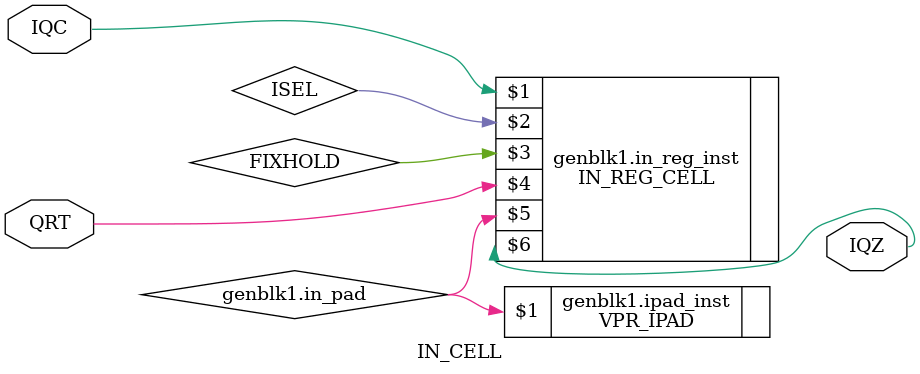
<source format=v>
`include "../vpr_pad/vpr_ipad.sim.v"
`include "in_buff_cell.sim.v"
`include "in_reg_cell.sim.v"

(* MODES="IN_REG;IN_BUFF" *)
module IN_CELL (
	IQC,
	QRT,
	IQZ
);

	input wire IQC;
	input wire QRT;
	output wire IQZ;

	parameter MODE = "IN_REG";

	generate if (MODE == "IN_REG") begin

		(* pack="IPAD_TO_IN_REG" *)
		wire in_pad;
		(* FASM_PREFIX="INTERFACE.IN_REG" *)
		IN_REG_CELL in_reg_inst (IQC, ISEL, FIXHOLD, QRT, in_pad, IQZ);
		(* keep *)
		VPR_IPAD ipad_inst(in_pad);

	end else if (MODE == "IN_BUFF") begin

		(* pack="IPAD_TO_IN_BUFF" *)
		wire in_pad;
		(* FASM_PREFIX="INTERFACE.IN_BUFF" *)
		IN_BUFF_CELL in_buff_inst (in_pad, IQZ);
		(* keep *)
		VPR_IPAD ipad_inst(in_pad);
	end
	endgenerate
endmodule

</source>
